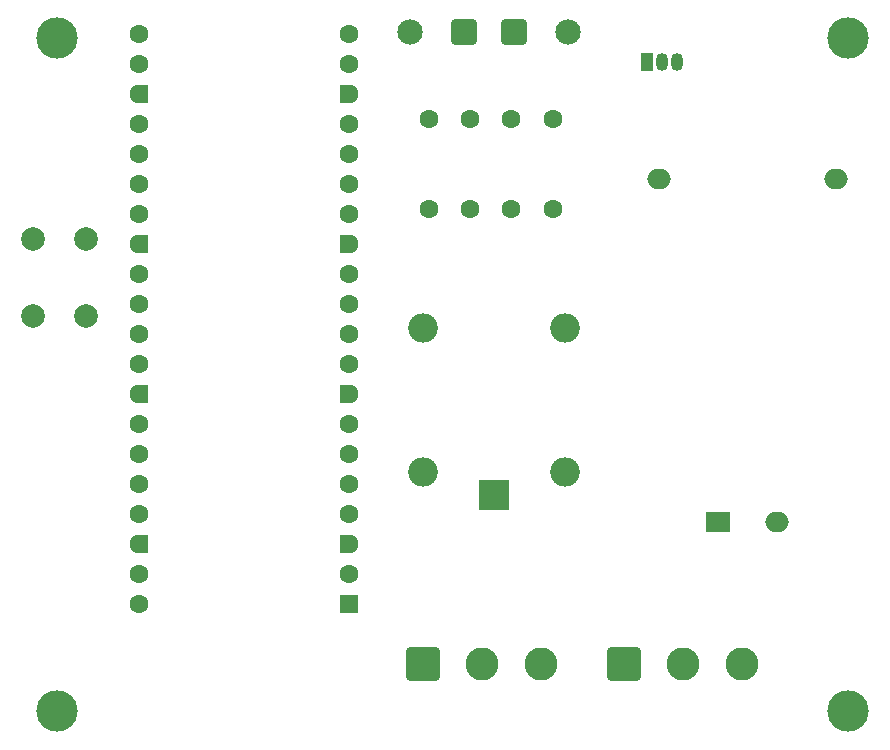
<source format=gbs>
%TF.GenerationSoftware,KiCad,Pcbnew,9.0.2+dfsg-1*%
%TF.CreationDate,2025-07-19T12:09:06+01:00*%
%TF.ProjectId,makita_aws_rx,6d616b69-7461-45f6-9177-735f72782e6b,rev?*%
%TF.SameCoordinates,Original*%
%TF.FileFunction,Soldermask,Bot*%
%TF.FilePolarity,Negative*%
%FSLAX46Y46*%
G04 Gerber Fmt 4.6, Leading zero omitted, Abs format (unit mm)*
G04 Created by KiCad (PCBNEW 9.0.2+dfsg-1) date 2025-07-19 12:09:06*
%MOMM*%
%LPD*%
G01*
G04 APERTURE LIST*
G04 Aperture macros list*
%AMRoundRect*
0 Rectangle with rounded corners*
0 $1 Rounding radius*
0 $2 $3 $4 $5 $6 $7 $8 $9 X,Y pos of 4 corners*
0 Add a 4 corners polygon primitive as box body*
4,1,4,$2,$3,$4,$5,$6,$7,$8,$9,$2,$3,0*
0 Add four circle primitives for the rounded corners*
1,1,$1+$1,$2,$3*
1,1,$1+$1,$4,$5*
1,1,$1+$1,$6,$7*
1,1,$1+$1,$8,$9*
0 Add four rect primitives between the rounded corners*
20,1,$1+$1,$2,$3,$4,$5,0*
20,1,$1+$1,$4,$5,$6,$7,0*
20,1,$1+$1,$6,$7,$8,$9,0*
20,1,$1+$1,$8,$9,$2,$3,0*%
%AMFreePoly0*
4,1,37,0.603843,0.796157,0.639018,0.796157,0.711114,0.766294,0.766294,0.711114,0.796157,0.639018,0.796157,0.603843,0.800000,0.600000,0.800000,-0.600000,0.796157,-0.603843,0.796157,-0.639018,0.766294,-0.711114,0.711114,-0.766294,0.639018,-0.796157,0.603843,-0.796157,0.600000,-0.800000,0.000000,-0.800000,0.000000,-0.796148,-0.078414,-0.796148,-0.232228,-0.765552,-0.377117,-0.705537,
-0.507515,-0.618408,-0.618408,-0.507515,-0.705537,-0.377117,-0.765552,-0.232228,-0.796148,-0.078414,-0.796148,0.078414,-0.765552,0.232228,-0.705537,0.377117,-0.618408,0.507515,-0.507515,0.618408,-0.377117,0.705537,-0.232228,0.765552,-0.078414,0.796148,0.000000,0.796148,0.000000,0.800000,0.600000,0.800000,0.603843,0.796157,0.603843,0.796157,$1*%
%AMFreePoly1*
4,1,37,0.000000,0.796148,0.078414,0.796148,0.232228,0.765552,0.377117,0.705537,0.507515,0.618408,0.618408,0.507515,0.705537,0.377117,0.765552,0.232228,0.796148,0.078414,0.796148,-0.078414,0.765552,-0.232228,0.705537,-0.377117,0.618408,-0.507515,0.507515,-0.618408,0.377117,-0.705537,0.232228,-0.765552,0.078414,-0.796148,0.000000,-0.796148,0.000000,-0.800000,-0.600000,-0.800000,
-0.603843,-0.796157,-0.639018,-0.796157,-0.711114,-0.766294,-0.766294,-0.711114,-0.796157,-0.639018,-0.796157,-0.603843,-0.800000,-0.600000,-0.800000,0.600000,-0.796157,0.603843,-0.796157,0.639018,-0.766294,0.711114,-0.711114,0.766294,-0.639018,0.796157,-0.603843,0.796157,-0.600000,0.800000,0.000000,0.800000,0.000000,0.796148,0.000000,0.796148,$1*%
G04 Aperture macros list end*
%ADD10RoundRect,0.250000X0.825000X0.825000X-0.825000X0.825000X-0.825000X-0.825000X0.825000X-0.825000X0*%
%ADD11C,2.150000*%
%ADD12C,1.600000*%
%ADD13C,3.500000*%
%ADD14R,1.050000X1.500000*%
%ADD15O,1.050000X1.500000*%
%ADD16RoundRect,0.250001X-1.149999X-1.149999X1.149999X-1.149999X1.149999X1.149999X-1.149999X1.149999X0*%
%ADD17C,2.800000*%
%ADD18RoundRect,0.250000X-0.825000X-0.825000X0.825000X-0.825000X0.825000X0.825000X-0.825000X0.825000X0*%
%ADD19RoundRect,0.200000X0.600000X0.600000X-0.600000X0.600000X-0.600000X-0.600000X0.600000X-0.600000X0*%
%ADD20FreePoly0,180.000000*%
%ADD21FreePoly1,180.000000*%
%ADD22R,2.500000X2.500000*%
%ADD23O,2.500000X2.500000*%
%ADD24R,2.000000X1.700000*%
%ADD25O,2.000000X1.700000*%
%ADD26C,2.000000*%
G04 APERTURE END LIST*
D10*
%TO.C,D1*%
X198000000Y-55500000D03*
D11*
X193400000Y-55500000D03*
%TD*%
D12*
%TO.C,R2*%
X198500000Y-70500000D03*
X198500000Y-62880000D03*
%TD*%
D13*
%TO.C,H2*%
X230500000Y-56000000D03*
%TD*%
D14*
%TO.C,Q1*%
X213460000Y-58000000D03*
D15*
X214730000Y-58000000D03*
X216000000Y-58000000D03*
%TD*%
D16*
%TO.C,J1*%
X194500000Y-109000000D03*
D17*
X199500000Y-109000000D03*
X204500000Y-109000000D03*
%TD*%
D12*
%TO.C,R3*%
X202000000Y-70500000D03*
X202000000Y-62880000D03*
%TD*%
%TO.C,R4*%
X205500000Y-62880000D03*
X205500000Y-70500000D03*
%TD*%
D18*
%TO.C,SW1*%
X202200000Y-55500000D03*
D11*
X206800000Y-55500000D03*
%TD*%
D19*
%TO.C,A1*%
X188280000Y-103940000D03*
D12*
X188280000Y-101400000D03*
D20*
X188280000Y-98860000D03*
D12*
X188280000Y-96320000D03*
X188280000Y-93780000D03*
X188280000Y-91240000D03*
X188280000Y-88700000D03*
D20*
X188280000Y-86160000D03*
D12*
X188280000Y-83620000D03*
X188280000Y-81080000D03*
X188280000Y-78540000D03*
X188280000Y-76000000D03*
D20*
X188280000Y-73460000D03*
D12*
X188280000Y-70920000D03*
X188280000Y-68380000D03*
X188280000Y-65840000D03*
X188280000Y-63300000D03*
D20*
X188280000Y-60760000D03*
D12*
X188280000Y-58220000D03*
X188280000Y-55680000D03*
X170500000Y-55680000D03*
X170500000Y-58220000D03*
D21*
X170500000Y-60760000D03*
D12*
X170500000Y-63300000D03*
X170500000Y-65840000D03*
X170500000Y-68380000D03*
X170500000Y-70920000D03*
D21*
X170500000Y-73460000D03*
D12*
X170500000Y-76000000D03*
X170500000Y-78540000D03*
X170500000Y-81080000D03*
X170500000Y-83620000D03*
D21*
X170500000Y-86160000D03*
D12*
X170500000Y-88700000D03*
X170500000Y-91240000D03*
X170500000Y-93780000D03*
X170500000Y-96320000D03*
D21*
X170500000Y-98860000D03*
D12*
X170500000Y-101400000D03*
X170500000Y-103940000D03*
%TD*%
D13*
%TO.C,H1*%
X163500000Y-56000000D03*
%TD*%
D22*
%TO.C,K2*%
X200500000Y-94700000D03*
D23*
X206500000Y-92700000D03*
X206500000Y-80500000D03*
X194500000Y-80500000D03*
X194500000Y-92700000D03*
%TD*%
D24*
%TO.C,PS1*%
X219500000Y-97000000D03*
D25*
X224500000Y-97000000D03*
X214500000Y-67920000D03*
X229500000Y-67920000D03*
%TD*%
D13*
%TO.C,H4*%
X230500000Y-113000000D03*
%TD*%
%TO.C,H3*%
X163500000Y-113000000D03*
%TD*%
D12*
%TO.C,R1*%
X195000000Y-62880000D03*
X195000000Y-70500000D03*
%TD*%
D16*
%TO.C,J2*%
X211500000Y-109000000D03*
D17*
X216500000Y-109000000D03*
X221500000Y-109000000D03*
%TD*%
D26*
%TO.C,SW3*%
X166000000Y-73000000D03*
X166000000Y-79500000D03*
X161500000Y-73000000D03*
X161500000Y-79500000D03*
%TD*%
M02*

</source>
